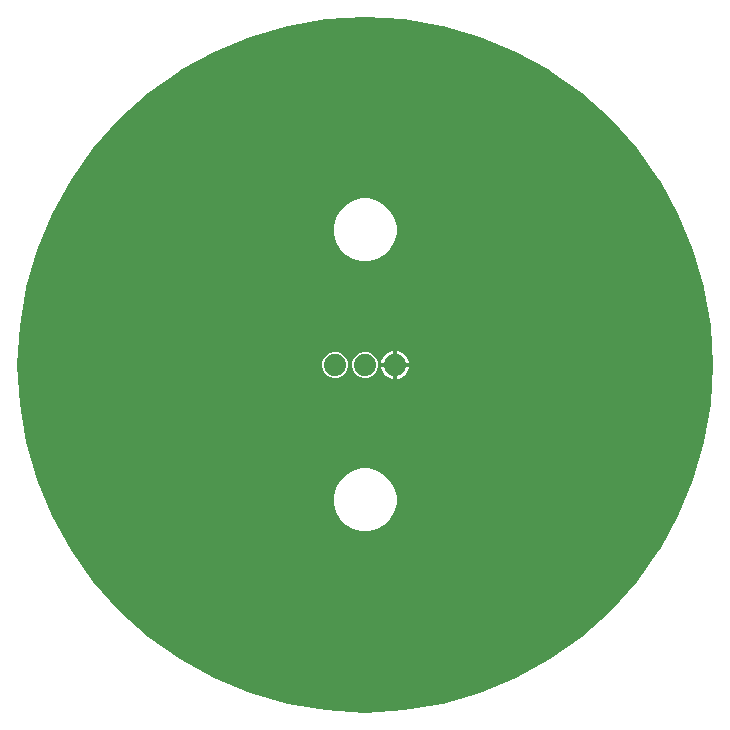
<source format=gbr>
G04 EAGLE Gerber RS-274X export*
G75*
%MOMM*%
%FSLAX34Y34*%
%LPD*%
%INBottom Copper*%
%IPPOS*%
%AMOC8*
5,1,8,0,0,1.08239X$1,22.5*%
G01*
%ADD10C,1.879600*%
%ADD11C,0.756400*%

G36*
X286918Y-38538D02*
X286918Y-38538D01*
X286947Y-38532D01*
X287003Y-38528D01*
X319465Y-33013D01*
X319492Y-33003D01*
X319548Y-32994D01*
X351189Y-23878D01*
X351215Y-23866D01*
X351269Y-23850D01*
X381690Y-11249D01*
X381715Y-11234D01*
X381767Y-11212D01*
X410586Y4715D01*
X410608Y4733D01*
X410658Y4761D01*
X437512Y23815D01*
X437533Y23835D01*
X437579Y23868D01*
X462131Y45809D01*
X462149Y45831D01*
X462191Y45869D01*
X484132Y70421D01*
X484148Y70446D01*
X484185Y70488D01*
X503239Y97342D01*
X503252Y97368D01*
X503285Y97414D01*
X519212Y126233D01*
X519222Y126260D01*
X519249Y126310D01*
X531850Y156731D01*
X531857Y156759D01*
X531878Y156811D01*
X540994Y188452D01*
X540997Y188481D01*
X541013Y188535D01*
X546528Y220997D01*
X546528Y221026D01*
X546538Y221082D01*
X548384Y253957D01*
X548381Y253986D01*
X548384Y254043D01*
X546538Y286918D01*
X546532Y286947D01*
X546528Y287003D01*
X541013Y319465D01*
X541003Y319492D01*
X540994Y319548D01*
X531878Y351189D01*
X531866Y351215D01*
X531850Y351269D01*
X519249Y381690D01*
X519234Y381715D01*
X519212Y381767D01*
X503285Y410586D01*
X503267Y410608D01*
X503239Y410658D01*
X484185Y437512D01*
X484165Y437533D01*
X484132Y437579D01*
X462191Y462131D01*
X462169Y462149D01*
X462131Y462191D01*
X437579Y484132D01*
X437554Y484148D01*
X437512Y484185D01*
X410658Y503239D01*
X410632Y503252D01*
X410586Y503285D01*
X381767Y519212D01*
X381740Y519222D01*
X381690Y519249D01*
X351269Y531850D01*
X351241Y531857D01*
X351189Y531878D01*
X319548Y540994D01*
X319519Y540997D01*
X319465Y541013D01*
X287003Y546528D01*
X286974Y546528D01*
X286918Y546538D01*
X254043Y548384D01*
X254014Y548381D01*
X253957Y548384D01*
X221082Y546538D01*
X221053Y546532D01*
X220997Y546528D01*
X188535Y541013D01*
X188508Y541003D01*
X188452Y540994D01*
X156811Y531878D01*
X156785Y531866D01*
X156731Y531850D01*
X126310Y519249D01*
X126285Y519234D01*
X126233Y519212D01*
X97414Y503285D01*
X97392Y503267D01*
X97342Y503239D01*
X70488Y484185D01*
X70467Y484165D01*
X70421Y484132D01*
X45869Y462191D01*
X45851Y462169D01*
X45809Y462131D01*
X23868Y437579D01*
X23852Y437554D01*
X23815Y437512D01*
X4761Y410658D01*
X4748Y410632D01*
X4715Y410586D01*
X-11212Y381767D01*
X-11222Y381740D01*
X-11249Y381690D01*
X-23850Y351269D01*
X-23857Y351241D01*
X-23878Y351189D01*
X-32994Y319548D01*
X-32997Y319519D01*
X-33013Y319465D01*
X-38528Y287003D01*
X-38528Y286974D01*
X-38538Y286918D01*
X-40384Y254043D01*
X-40381Y254014D01*
X-40384Y253957D01*
X-38538Y221082D01*
X-38532Y221053D01*
X-38528Y220997D01*
X-33013Y188535D01*
X-33003Y188508D01*
X-32994Y188452D01*
X-23878Y156811D01*
X-23866Y156785D01*
X-23850Y156731D01*
X-11249Y126310D01*
X-11234Y126285D01*
X-11212Y126233D01*
X4715Y97414D01*
X4733Y97392D01*
X4761Y97342D01*
X23815Y70488D01*
X23835Y70467D01*
X23868Y70421D01*
X45809Y45869D01*
X45831Y45851D01*
X45869Y45809D01*
X70421Y23868D01*
X70446Y23852D01*
X70488Y23815D01*
X97342Y4761D01*
X97368Y4748D01*
X97414Y4715D01*
X126233Y-11212D01*
X126260Y-11222D01*
X126310Y-11249D01*
X156731Y-23850D01*
X156759Y-23857D01*
X156811Y-23878D01*
X188452Y-32994D01*
X188481Y-32997D01*
X188535Y-33013D01*
X220997Y-38528D01*
X221026Y-38528D01*
X221082Y-38538D01*
X253957Y-40384D01*
X253986Y-40381D01*
X254043Y-40384D01*
X286918Y-38538D01*
G37*
%LPC*%
G36*
X250489Y341629D02*
X250489Y341629D01*
X243705Y343447D01*
X237624Y346958D01*
X232658Y351924D01*
X229147Y358005D01*
X227329Y364789D01*
X227329Y371811D01*
X229147Y378595D01*
X232658Y384676D01*
X237624Y389642D01*
X243705Y393153D01*
X250489Y394971D01*
X257511Y394971D01*
X264295Y393153D01*
X270376Y389642D01*
X275342Y384676D01*
X278853Y378595D01*
X280671Y371811D01*
X280671Y364789D01*
X278853Y358005D01*
X275342Y351924D01*
X270376Y346958D01*
X264295Y343447D01*
X257511Y341629D01*
X250489Y341629D01*
G37*
%LPD*%
%LPC*%
G36*
X250489Y113029D02*
X250489Y113029D01*
X243705Y114847D01*
X237624Y118358D01*
X232658Y123324D01*
X229147Y129405D01*
X227329Y136189D01*
X227329Y143211D01*
X229147Y149995D01*
X232658Y156076D01*
X237624Y161042D01*
X243705Y164553D01*
X250489Y166371D01*
X257511Y166371D01*
X264295Y164553D01*
X270376Y161042D01*
X275342Y156076D01*
X278853Y149995D01*
X280671Y143211D01*
X280671Y136189D01*
X278853Y129405D01*
X275342Y123324D01*
X270376Y118358D01*
X264295Y114847D01*
X257511Y113029D01*
X250489Y113029D01*
G37*
%LPD*%
%LPC*%
G36*
X251827Y243077D02*
X251827Y243077D01*
X247813Y244740D01*
X244740Y247813D01*
X243077Y251827D01*
X243077Y256173D01*
X244740Y260187D01*
X247813Y263260D01*
X251827Y264923D01*
X256173Y264923D01*
X260187Y263260D01*
X263260Y260187D01*
X264923Y256173D01*
X264923Y251827D01*
X263260Y247813D01*
X260187Y244740D01*
X256173Y243077D01*
X251827Y243077D01*
G37*
%LPD*%
%LPC*%
G36*
X226427Y243077D02*
X226427Y243077D01*
X222413Y244740D01*
X219340Y247813D01*
X217677Y251827D01*
X217677Y256173D01*
X219340Y260187D01*
X222413Y263260D01*
X226427Y264923D01*
X230773Y264923D01*
X234787Y263260D01*
X237860Y260187D01*
X239523Y256173D01*
X239523Y251827D01*
X237860Y247813D01*
X234787Y244740D01*
X230773Y243077D01*
X226427Y243077D01*
G37*
%LPD*%
%LPC*%
G36*
X280923Y255523D02*
X280923Y255523D01*
X280923Y265846D01*
X282196Y265645D01*
X283983Y265064D01*
X285657Y264211D01*
X287178Y263106D01*
X288506Y261778D01*
X289611Y260257D01*
X290464Y258583D01*
X291045Y256796D01*
X291246Y255523D01*
X280923Y255523D01*
G37*
%LPD*%
%LPC*%
G36*
X267554Y255523D02*
X267554Y255523D01*
X267755Y256796D01*
X268336Y258583D01*
X269189Y260257D01*
X270294Y261778D01*
X271622Y263106D01*
X273143Y264211D01*
X274817Y265064D01*
X276604Y265645D01*
X277877Y265846D01*
X277877Y255523D01*
X267554Y255523D01*
G37*
%LPD*%
%LPC*%
G36*
X280923Y252477D02*
X280923Y252477D01*
X291246Y252477D01*
X291045Y251204D01*
X290464Y249417D01*
X289611Y247743D01*
X288506Y246222D01*
X287178Y244894D01*
X285657Y243789D01*
X283983Y242936D01*
X282196Y242355D01*
X280923Y242154D01*
X280923Y252477D01*
G37*
%LPD*%
%LPC*%
G36*
X276604Y242355D02*
X276604Y242355D01*
X274817Y242936D01*
X273143Y243789D01*
X271622Y244894D01*
X270294Y246222D01*
X269189Y247743D01*
X268336Y249417D01*
X267755Y251204D01*
X267554Y252477D01*
X277877Y252477D01*
X277877Y242154D01*
X276604Y242355D01*
G37*
%LPD*%
%LPC*%
G36*
X279399Y253999D02*
X279399Y253999D01*
X279399Y254001D01*
X279401Y254001D01*
X279401Y253999D01*
X279399Y253999D01*
G37*
%LPD*%
D10*
X228600Y254000D03*
X254000Y254000D03*
X279400Y254000D03*
D11*
X280416Y-27432D03*
X406908Y28956D03*
X533400Y248412D03*
X499872Y376428D03*
M02*

</source>
